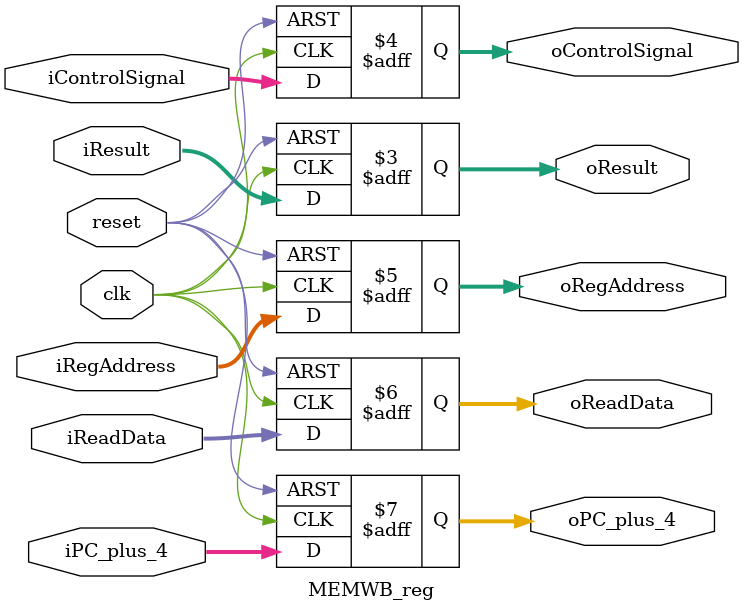
<source format=v>
module MEMWB_reg(
                 clk,
                 reset,
                 iResult,
                 iControlSignal,
                 iRegAddress,
                 iReadData,
                 iPC_plus_4,
                 oResult,
                 oControlSignal,
                 oRegAddress,
                 oReadData,
                 oPC_plus_4
);
    input clk, reset;
    input [31:0] iResult;
    input [31:0] iControlSignal;
    input [4:0] iRegAddress;
    input [31:0] iReadData;
    input [31:0] iPC_plus_4;
    output reg [31:0] oResult;
    output reg [31:0] oControlSignal;
    output reg [4:0] oRegAddress;
    output reg [31:0] oReadData;
    output reg [31:0] oPC_plus_4;
    
    initial begin
    	oResult = 32'h00000000;
    	oControlSignal = 32'h00000000;
    	oRegAddress = 5'b0;
    	oReadData = 32'h00000000;
    	oPC_plus_4 = 32'h00000000;
    end

    always@(posedge clk or posedge reset) begin
        if(reset) begin
            oResult <= 32'b0;
            oControlSignal <= 32'b0;
            oRegAddress <= 5'b0;
            oReadData <= 32'b0;
            oPC_plus_4 <= 32'h80000000;
        end
        else
        begin
            oResult <= iResult;
            oControlSignal <= iControlSignal;
            oRegAddress <= iRegAddress;
            oReadData <= iReadData;
            oPC_plus_4 <= iPC_plus_4;
        end
    end     
endmodule
</source>
